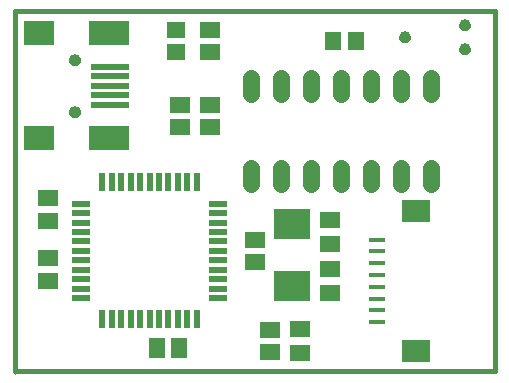
<source format=gts>
G75*
%MOIN*%
%OFA0B0*%
%FSLAX25Y25*%
%IPPOS*%
%LPD*%
%AMOC8*
5,1,8,0,0,1.08239X$1,22.5*
%
%ADD10C,0.00000*%
%ADD11C,0.01600*%
%ADD12R,0.06699X0.05518*%
%ADD13C,0.03900*%
%ADD14R,0.05518X0.06699*%
%ADD15R,0.02369X0.06306*%
%ADD16R,0.06306X0.02369*%
%ADD17R,0.12211X0.10243*%
%ADD18R,0.10243X0.08274*%
%ADD19R,0.13392X0.08274*%
%ADD20R,0.12605X0.02369*%
%ADD21C,0.03943*%
%ADD22R,0.06306X0.05518*%
%ADD23C,0.05600*%
%ADD24R,0.05518X0.06306*%
%ADD25R,0.05512X0.01575*%
%ADD26R,0.09252X0.07480*%
D10*
X0004500Y0001000D02*
X0004500Y0002000D01*
X0022728Y0088339D02*
X0022730Y0088423D01*
X0022736Y0088506D01*
X0022746Y0088589D01*
X0022760Y0088672D01*
X0022777Y0088754D01*
X0022799Y0088835D01*
X0022824Y0088914D01*
X0022853Y0088993D01*
X0022886Y0089070D01*
X0022922Y0089145D01*
X0022962Y0089219D01*
X0023005Y0089291D01*
X0023052Y0089360D01*
X0023102Y0089427D01*
X0023155Y0089492D01*
X0023211Y0089554D01*
X0023269Y0089614D01*
X0023331Y0089671D01*
X0023395Y0089724D01*
X0023462Y0089775D01*
X0023531Y0089822D01*
X0023602Y0089867D01*
X0023675Y0089907D01*
X0023750Y0089944D01*
X0023827Y0089978D01*
X0023905Y0090008D01*
X0023984Y0090034D01*
X0024065Y0090057D01*
X0024147Y0090075D01*
X0024229Y0090090D01*
X0024312Y0090101D01*
X0024395Y0090108D01*
X0024479Y0090111D01*
X0024563Y0090110D01*
X0024646Y0090105D01*
X0024730Y0090096D01*
X0024812Y0090083D01*
X0024894Y0090067D01*
X0024975Y0090046D01*
X0025056Y0090022D01*
X0025134Y0089994D01*
X0025212Y0089962D01*
X0025288Y0089926D01*
X0025362Y0089887D01*
X0025434Y0089845D01*
X0025504Y0089799D01*
X0025572Y0089750D01*
X0025637Y0089698D01*
X0025700Y0089643D01*
X0025760Y0089585D01*
X0025818Y0089524D01*
X0025872Y0089460D01*
X0025924Y0089394D01*
X0025972Y0089326D01*
X0026017Y0089255D01*
X0026058Y0089182D01*
X0026097Y0089108D01*
X0026131Y0089032D01*
X0026162Y0088954D01*
X0026189Y0088875D01*
X0026213Y0088794D01*
X0026232Y0088713D01*
X0026248Y0088631D01*
X0026260Y0088548D01*
X0026268Y0088464D01*
X0026272Y0088381D01*
X0026272Y0088297D01*
X0026268Y0088214D01*
X0026260Y0088130D01*
X0026248Y0088047D01*
X0026232Y0087965D01*
X0026213Y0087884D01*
X0026189Y0087803D01*
X0026162Y0087724D01*
X0026131Y0087646D01*
X0026097Y0087570D01*
X0026058Y0087496D01*
X0026017Y0087423D01*
X0025972Y0087352D01*
X0025924Y0087284D01*
X0025872Y0087218D01*
X0025818Y0087154D01*
X0025760Y0087093D01*
X0025700Y0087035D01*
X0025637Y0086980D01*
X0025572Y0086928D01*
X0025504Y0086879D01*
X0025434Y0086833D01*
X0025362Y0086791D01*
X0025288Y0086752D01*
X0025212Y0086716D01*
X0025134Y0086684D01*
X0025056Y0086656D01*
X0024975Y0086632D01*
X0024894Y0086611D01*
X0024812Y0086595D01*
X0024730Y0086582D01*
X0024646Y0086573D01*
X0024563Y0086568D01*
X0024479Y0086567D01*
X0024395Y0086570D01*
X0024312Y0086577D01*
X0024229Y0086588D01*
X0024147Y0086603D01*
X0024065Y0086621D01*
X0023984Y0086644D01*
X0023905Y0086670D01*
X0023827Y0086700D01*
X0023750Y0086734D01*
X0023675Y0086771D01*
X0023602Y0086811D01*
X0023531Y0086856D01*
X0023462Y0086903D01*
X0023395Y0086954D01*
X0023331Y0087007D01*
X0023269Y0087064D01*
X0023211Y0087124D01*
X0023155Y0087186D01*
X0023102Y0087251D01*
X0023052Y0087318D01*
X0023005Y0087387D01*
X0022962Y0087459D01*
X0022922Y0087533D01*
X0022886Y0087608D01*
X0022853Y0087685D01*
X0022824Y0087764D01*
X0022799Y0087843D01*
X0022777Y0087924D01*
X0022760Y0088006D01*
X0022746Y0088089D01*
X0022736Y0088172D01*
X0022730Y0088255D01*
X0022728Y0088339D01*
X0022728Y0105661D02*
X0022730Y0105745D01*
X0022736Y0105828D01*
X0022746Y0105911D01*
X0022760Y0105994D01*
X0022777Y0106076D01*
X0022799Y0106157D01*
X0022824Y0106236D01*
X0022853Y0106315D01*
X0022886Y0106392D01*
X0022922Y0106467D01*
X0022962Y0106541D01*
X0023005Y0106613D01*
X0023052Y0106682D01*
X0023102Y0106749D01*
X0023155Y0106814D01*
X0023211Y0106876D01*
X0023269Y0106936D01*
X0023331Y0106993D01*
X0023395Y0107046D01*
X0023462Y0107097D01*
X0023531Y0107144D01*
X0023602Y0107189D01*
X0023675Y0107229D01*
X0023750Y0107266D01*
X0023827Y0107300D01*
X0023905Y0107330D01*
X0023984Y0107356D01*
X0024065Y0107379D01*
X0024147Y0107397D01*
X0024229Y0107412D01*
X0024312Y0107423D01*
X0024395Y0107430D01*
X0024479Y0107433D01*
X0024563Y0107432D01*
X0024646Y0107427D01*
X0024730Y0107418D01*
X0024812Y0107405D01*
X0024894Y0107389D01*
X0024975Y0107368D01*
X0025056Y0107344D01*
X0025134Y0107316D01*
X0025212Y0107284D01*
X0025288Y0107248D01*
X0025362Y0107209D01*
X0025434Y0107167D01*
X0025504Y0107121D01*
X0025572Y0107072D01*
X0025637Y0107020D01*
X0025700Y0106965D01*
X0025760Y0106907D01*
X0025818Y0106846D01*
X0025872Y0106782D01*
X0025924Y0106716D01*
X0025972Y0106648D01*
X0026017Y0106577D01*
X0026058Y0106504D01*
X0026097Y0106430D01*
X0026131Y0106354D01*
X0026162Y0106276D01*
X0026189Y0106197D01*
X0026213Y0106116D01*
X0026232Y0106035D01*
X0026248Y0105953D01*
X0026260Y0105870D01*
X0026268Y0105786D01*
X0026272Y0105703D01*
X0026272Y0105619D01*
X0026268Y0105536D01*
X0026260Y0105452D01*
X0026248Y0105369D01*
X0026232Y0105287D01*
X0026213Y0105206D01*
X0026189Y0105125D01*
X0026162Y0105046D01*
X0026131Y0104968D01*
X0026097Y0104892D01*
X0026058Y0104818D01*
X0026017Y0104745D01*
X0025972Y0104674D01*
X0025924Y0104606D01*
X0025872Y0104540D01*
X0025818Y0104476D01*
X0025760Y0104415D01*
X0025700Y0104357D01*
X0025637Y0104302D01*
X0025572Y0104250D01*
X0025504Y0104201D01*
X0025434Y0104155D01*
X0025362Y0104113D01*
X0025288Y0104074D01*
X0025212Y0104038D01*
X0025134Y0104006D01*
X0025056Y0103978D01*
X0024975Y0103954D01*
X0024894Y0103933D01*
X0024812Y0103917D01*
X0024730Y0103904D01*
X0024646Y0103895D01*
X0024563Y0103890D01*
X0024479Y0103889D01*
X0024395Y0103892D01*
X0024312Y0103899D01*
X0024229Y0103910D01*
X0024147Y0103925D01*
X0024065Y0103943D01*
X0023984Y0103966D01*
X0023905Y0103992D01*
X0023827Y0104022D01*
X0023750Y0104056D01*
X0023675Y0104093D01*
X0023602Y0104133D01*
X0023531Y0104178D01*
X0023462Y0104225D01*
X0023395Y0104276D01*
X0023331Y0104329D01*
X0023269Y0104386D01*
X0023211Y0104446D01*
X0023155Y0104508D01*
X0023102Y0104573D01*
X0023052Y0104640D01*
X0023005Y0104709D01*
X0022962Y0104781D01*
X0022922Y0104855D01*
X0022886Y0104930D01*
X0022853Y0105007D01*
X0022824Y0105086D01*
X0022799Y0105165D01*
X0022777Y0105246D01*
X0022760Y0105328D01*
X0022746Y0105411D01*
X0022736Y0105494D01*
X0022730Y0105577D01*
X0022728Y0105661D01*
X0132750Y0113250D02*
X0132752Y0113333D01*
X0132758Y0113416D01*
X0132768Y0113499D01*
X0132782Y0113581D01*
X0132799Y0113663D01*
X0132821Y0113743D01*
X0132846Y0113822D01*
X0132875Y0113900D01*
X0132908Y0113977D01*
X0132945Y0114052D01*
X0132984Y0114125D01*
X0133028Y0114196D01*
X0133074Y0114265D01*
X0133124Y0114332D01*
X0133177Y0114396D01*
X0133233Y0114458D01*
X0133292Y0114517D01*
X0133354Y0114573D01*
X0133418Y0114626D01*
X0133485Y0114676D01*
X0133554Y0114722D01*
X0133625Y0114766D01*
X0133698Y0114805D01*
X0133773Y0114842D01*
X0133850Y0114875D01*
X0133928Y0114904D01*
X0134007Y0114929D01*
X0134087Y0114951D01*
X0134169Y0114968D01*
X0134251Y0114982D01*
X0134334Y0114992D01*
X0134417Y0114998D01*
X0134500Y0115000D01*
X0134583Y0114998D01*
X0134666Y0114992D01*
X0134749Y0114982D01*
X0134831Y0114968D01*
X0134913Y0114951D01*
X0134993Y0114929D01*
X0135072Y0114904D01*
X0135150Y0114875D01*
X0135227Y0114842D01*
X0135302Y0114805D01*
X0135375Y0114766D01*
X0135446Y0114722D01*
X0135515Y0114676D01*
X0135582Y0114626D01*
X0135646Y0114573D01*
X0135708Y0114517D01*
X0135767Y0114458D01*
X0135823Y0114396D01*
X0135876Y0114332D01*
X0135926Y0114265D01*
X0135972Y0114196D01*
X0136016Y0114125D01*
X0136055Y0114052D01*
X0136092Y0113977D01*
X0136125Y0113900D01*
X0136154Y0113822D01*
X0136179Y0113743D01*
X0136201Y0113663D01*
X0136218Y0113581D01*
X0136232Y0113499D01*
X0136242Y0113416D01*
X0136248Y0113333D01*
X0136250Y0113250D01*
X0136248Y0113167D01*
X0136242Y0113084D01*
X0136232Y0113001D01*
X0136218Y0112919D01*
X0136201Y0112837D01*
X0136179Y0112757D01*
X0136154Y0112678D01*
X0136125Y0112600D01*
X0136092Y0112523D01*
X0136055Y0112448D01*
X0136016Y0112375D01*
X0135972Y0112304D01*
X0135926Y0112235D01*
X0135876Y0112168D01*
X0135823Y0112104D01*
X0135767Y0112042D01*
X0135708Y0111983D01*
X0135646Y0111927D01*
X0135582Y0111874D01*
X0135515Y0111824D01*
X0135446Y0111778D01*
X0135375Y0111734D01*
X0135302Y0111695D01*
X0135227Y0111658D01*
X0135150Y0111625D01*
X0135072Y0111596D01*
X0134993Y0111571D01*
X0134913Y0111549D01*
X0134831Y0111532D01*
X0134749Y0111518D01*
X0134666Y0111508D01*
X0134583Y0111502D01*
X0134500Y0111500D01*
X0134417Y0111502D01*
X0134334Y0111508D01*
X0134251Y0111518D01*
X0134169Y0111532D01*
X0134087Y0111549D01*
X0134007Y0111571D01*
X0133928Y0111596D01*
X0133850Y0111625D01*
X0133773Y0111658D01*
X0133698Y0111695D01*
X0133625Y0111734D01*
X0133554Y0111778D01*
X0133485Y0111824D01*
X0133418Y0111874D01*
X0133354Y0111927D01*
X0133292Y0111983D01*
X0133233Y0112042D01*
X0133177Y0112104D01*
X0133124Y0112168D01*
X0133074Y0112235D01*
X0133028Y0112304D01*
X0132984Y0112375D01*
X0132945Y0112448D01*
X0132908Y0112523D01*
X0132875Y0112600D01*
X0132846Y0112678D01*
X0132821Y0112757D01*
X0132799Y0112837D01*
X0132782Y0112919D01*
X0132768Y0113001D01*
X0132758Y0113084D01*
X0132752Y0113167D01*
X0132750Y0113250D01*
X0152750Y0109250D02*
X0152752Y0109333D01*
X0152758Y0109416D01*
X0152768Y0109499D01*
X0152782Y0109581D01*
X0152799Y0109663D01*
X0152821Y0109743D01*
X0152846Y0109822D01*
X0152875Y0109900D01*
X0152908Y0109977D01*
X0152945Y0110052D01*
X0152984Y0110125D01*
X0153028Y0110196D01*
X0153074Y0110265D01*
X0153124Y0110332D01*
X0153177Y0110396D01*
X0153233Y0110458D01*
X0153292Y0110517D01*
X0153354Y0110573D01*
X0153418Y0110626D01*
X0153485Y0110676D01*
X0153554Y0110722D01*
X0153625Y0110766D01*
X0153698Y0110805D01*
X0153773Y0110842D01*
X0153850Y0110875D01*
X0153928Y0110904D01*
X0154007Y0110929D01*
X0154087Y0110951D01*
X0154169Y0110968D01*
X0154251Y0110982D01*
X0154334Y0110992D01*
X0154417Y0110998D01*
X0154500Y0111000D01*
X0154583Y0110998D01*
X0154666Y0110992D01*
X0154749Y0110982D01*
X0154831Y0110968D01*
X0154913Y0110951D01*
X0154993Y0110929D01*
X0155072Y0110904D01*
X0155150Y0110875D01*
X0155227Y0110842D01*
X0155302Y0110805D01*
X0155375Y0110766D01*
X0155446Y0110722D01*
X0155515Y0110676D01*
X0155582Y0110626D01*
X0155646Y0110573D01*
X0155708Y0110517D01*
X0155767Y0110458D01*
X0155823Y0110396D01*
X0155876Y0110332D01*
X0155926Y0110265D01*
X0155972Y0110196D01*
X0156016Y0110125D01*
X0156055Y0110052D01*
X0156092Y0109977D01*
X0156125Y0109900D01*
X0156154Y0109822D01*
X0156179Y0109743D01*
X0156201Y0109663D01*
X0156218Y0109581D01*
X0156232Y0109499D01*
X0156242Y0109416D01*
X0156248Y0109333D01*
X0156250Y0109250D01*
X0156248Y0109167D01*
X0156242Y0109084D01*
X0156232Y0109001D01*
X0156218Y0108919D01*
X0156201Y0108837D01*
X0156179Y0108757D01*
X0156154Y0108678D01*
X0156125Y0108600D01*
X0156092Y0108523D01*
X0156055Y0108448D01*
X0156016Y0108375D01*
X0155972Y0108304D01*
X0155926Y0108235D01*
X0155876Y0108168D01*
X0155823Y0108104D01*
X0155767Y0108042D01*
X0155708Y0107983D01*
X0155646Y0107927D01*
X0155582Y0107874D01*
X0155515Y0107824D01*
X0155446Y0107778D01*
X0155375Y0107734D01*
X0155302Y0107695D01*
X0155227Y0107658D01*
X0155150Y0107625D01*
X0155072Y0107596D01*
X0154993Y0107571D01*
X0154913Y0107549D01*
X0154831Y0107532D01*
X0154749Y0107518D01*
X0154666Y0107508D01*
X0154583Y0107502D01*
X0154500Y0107500D01*
X0154417Y0107502D01*
X0154334Y0107508D01*
X0154251Y0107518D01*
X0154169Y0107532D01*
X0154087Y0107549D01*
X0154007Y0107571D01*
X0153928Y0107596D01*
X0153850Y0107625D01*
X0153773Y0107658D01*
X0153698Y0107695D01*
X0153625Y0107734D01*
X0153554Y0107778D01*
X0153485Y0107824D01*
X0153418Y0107874D01*
X0153354Y0107927D01*
X0153292Y0107983D01*
X0153233Y0108042D01*
X0153177Y0108104D01*
X0153124Y0108168D01*
X0153074Y0108235D01*
X0153028Y0108304D01*
X0152984Y0108375D01*
X0152945Y0108448D01*
X0152908Y0108523D01*
X0152875Y0108600D01*
X0152846Y0108678D01*
X0152821Y0108757D01*
X0152799Y0108837D01*
X0152782Y0108919D01*
X0152768Y0109001D01*
X0152758Y0109084D01*
X0152752Y0109167D01*
X0152750Y0109250D01*
X0152750Y0117250D02*
X0152752Y0117333D01*
X0152758Y0117416D01*
X0152768Y0117499D01*
X0152782Y0117581D01*
X0152799Y0117663D01*
X0152821Y0117743D01*
X0152846Y0117822D01*
X0152875Y0117900D01*
X0152908Y0117977D01*
X0152945Y0118052D01*
X0152984Y0118125D01*
X0153028Y0118196D01*
X0153074Y0118265D01*
X0153124Y0118332D01*
X0153177Y0118396D01*
X0153233Y0118458D01*
X0153292Y0118517D01*
X0153354Y0118573D01*
X0153418Y0118626D01*
X0153485Y0118676D01*
X0153554Y0118722D01*
X0153625Y0118766D01*
X0153698Y0118805D01*
X0153773Y0118842D01*
X0153850Y0118875D01*
X0153928Y0118904D01*
X0154007Y0118929D01*
X0154087Y0118951D01*
X0154169Y0118968D01*
X0154251Y0118982D01*
X0154334Y0118992D01*
X0154417Y0118998D01*
X0154500Y0119000D01*
X0154583Y0118998D01*
X0154666Y0118992D01*
X0154749Y0118982D01*
X0154831Y0118968D01*
X0154913Y0118951D01*
X0154993Y0118929D01*
X0155072Y0118904D01*
X0155150Y0118875D01*
X0155227Y0118842D01*
X0155302Y0118805D01*
X0155375Y0118766D01*
X0155446Y0118722D01*
X0155515Y0118676D01*
X0155582Y0118626D01*
X0155646Y0118573D01*
X0155708Y0118517D01*
X0155767Y0118458D01*
X0155823Y0118396D01*
X0155876Y0118332D01*
X0155926Y0118265D01*
X0155972Y0118196D01*
X0156016Y0118125D01*
X0156055Y0118052D01*
X0156092Y0117977D01*
X0156125Y0117900D01*
X0156154Y0117822D01*
X0156179Y0117743D01*
X0156201Y0117663D01*
X0156218Y0117581D01*
X0156232Y0117499D01*
X0156242Y0117416D01*
X0156248Y0117333D01*
X0156250Y0117250D01*
X0156248Y0117167D01*
X0156242Y0117084D01*
X0156232Y0117001D01*
X0156218Y0116919D01*
X0156201Y0116837D01*
X0156179Y0116757D01*
X0156154Y0116678D01*
X0156125Y0116600D01*
X0156092Y0116523D01*
X0156055Y0116448D01*
X0156016Y0116375D01*
X0155972Y0116304D01*
X0155926Y0116235D01*
X0155876Y0116168D01*
X0155823Y0116104D01*
X0155767Y0116042D01*
X0155708Y0115983D01*
X0155646Y0115927D01*
X0155582Y0115874D01*
X0155515Y0115824D01*
X0155446Y0115778D01*
X0155375Y0115734D01*
X0155302Y0115695D01*
X0155227Y0115658D01*
X0155150Y0115625D01*
X0155072Y0115596D01*
X0154993Y0115571D01*
X0154913Y0115549D01*
X0154831Y0115532D01*
X0154749Y0115518D01*
X0154666Y0115508D01*
X0154583Y0115502D01*
X0154500Y0115500D01*
X0154417Y0115502D01*
X0154334Y0115508D01*
X0154251Y0115518D01*
X0154169Y0115532D01*
X0154087Y0115549D01*
X0154007Y0115571D01*
X0153928Y0115596D01*
X0153850Y0115625D01*
X0153773Y0115658D01*
X0153698Y0115695D01*
X0153625Y0115734D01*
X0153554Y0115778D01*
X0153485Y0115824D01*
X0153418Y0115874D01*
X0153354Y0115927D01*
X0153292Y0115983D01*
X0153233Y0116042D01*
X0153177Y0116104D01*
X0153124Y0116168D01*
X0153074Y0116235D01*
X0153028Y0116304D01*
X0152984Y0116375D01*
X0152945Y0116448D01*
X0152908Y0116523D01*
X0152875Y0116600D01*
X0152846Y0116678D01*
X0152821Y0116757D01*
X0152799Y0116837D01*
X0152782Y0116919D01*
X0152768Y0117001D01*
X0152758Y0117084D01*
X0152752Y0117167D01*
X0152750Y0117250D01*
D11*
X0164500Y0122000D02*
X0164500Y0002000D01*
X0004500Y0002000D01*
X0004500Y0122000D01*
X0164500Y0122000D01*
D12*
X0069500Y0115740D03*
X0069500Y0108260D03*
X0069500Y0090740D03*
X0059500Y0090740D03*
X0059500Y0083260D03*
X0069500Y0083260D03*
X0109500Y0052187D03*
X0109500Y0044313D03*
X0109500Y0035937D03*
X0109500Y0028063D03*
X0099500Y0015937D03*
X0089500Y0015740D03*
X0089500Y0008260D03*
X0099500Y0008063D03*
X0084500Y0038260D03*
X0084500Y0045740D03*
X0015750Y0039687D03*
X0015750Y0031813D03*
X0015750Y0052010D03*
X0015750Y0059490D03*
D13*
X0134500Y0113250D03*
X0154500Y0109250D03*
X0154500Y0117250D03*
D14*
X0059490Y0009500D03*
X0052010Y0009500D03*
D15*
X0052650Y0019165D03*
X0055799Y0019165D03*
X0058949Y0019165D03*
X0062098Y0019165D03*
X0065248Y0019165D03*
X0049500Y0019165D03*
X0046350Y0019165D03*
X0043201Y0019165D03*
X0040051Y0019165D03*
X0036902Y0019165D03*
X0033752Y0019165D03*
X0033752Y0064835D03*
X0036902Y0064835D03*
X0040051Y0064835D03*
X0043201Y0064835D03*
X0046350Y0064835D03*
X0049500Y0064835D03*
X0052650Y0064835D03*
X0055799Y0064835D03*
X0058949Y0064835D03*
X0062098Y0064835D03*
X0065248Y0064835D03*
D16*
X0072335Y0057748D03*
X0072335Y0054598D03*
X0072335Y0051449D03*
X0072335Y0048299D03*
X0072335Y0045150D03*
X0072335Y0042000D03*
X0072335Y0038850D03*
X0072335Y0035701D03*
X0072335Y0032551D03*
X0072335Y0029402D03*
X0072335Y0026252D03*
X0026665Y0026252D03*
X0026665Y0029402D03*
X0026665Y0032551D03*
X0026665Y0035701D03*
X0026665Y0038850D03*
X0026665Y0042000D03*
X0026665Y0045150D03*
X0026665Y0048299D03*
X0026665Y0051449D03*
X0026665Y0054598D03*
X0026665Y0057748D03*
D17*
X0097000Y0050848D03*
X0097000Y0030258D03*
D18*
X0012689Y0079480D03*
X0012689Y0114520D03*
D19*
X0035917Y0114520D03*
X0035917Y0079480D03*
D20*
X0036311Y0090701D03*
X0036311Y0093850D03*
X0036311Y0097000D03*
X0036311Y0100150D03*
X0036311Y0103299D03*
D21*
X0024500Y0105661D03*
X0024500Y0088339D03*
D22*
X0058250Y0108260D03*
X0058250Y0115740D03*
D23*
X0083250Y0099600D02*
X0083250Y0094400D01*
X0093250Y0094400D02*
X0093250Y0099600D01*
X0103250Y0099600D02*
X0103250Y0094400D01*
X0113250Y0094400D02*
X0113250Y0099600D01*
X0123250Y0099600D02*
X0123250Y0094400D01*
X0133250Y0094400D02*
X0133250Y0099600D01*
X0143250Y0099600D02*
X0143250Y0094400D01*
X0143250Y0069600D02*
X0143250Y0064400D01*
X0133250Y0064400D02*
X0133250Y0069600D01*
X0123250Y0069600D02*
X0123250Y0064400D01*
X0113250Y0064400D02*
X0113250Y0069600D01*
X0103250Y0069600D02*
X0103250Y0064400D01*
X0093250Y0064400D02*
X0093250Y0069600D01*
X0083250Y0069600D02*
X0083250Y0064400D01*
D24*
X0110760Y0112000D03*
X0118240Y0112000D03*
D25*
X0125455Y0045780D03*
X0125455Y0041843D03*
X0125455Y0037906D03*
X0125455Y0033969D03*
X0125455Y0030031D03*
X0125455Y0026094D03*
X0125455Y0022157D03*
X0125455Y0018220D03*
D26*
X0138250Y0008772D03*
X0138250Y0055228D03*
M02*

</source>
